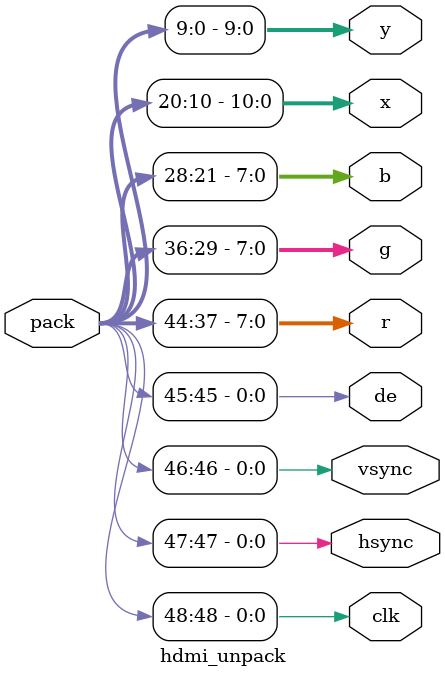
<source format=sv>
module hdmi_unpack (
    input  [48:0] pack ,
    output        clk  ,
    output        hsync,
    output        vsync,
    output        de   ,
    output [ 7:0] r    ,
    output [ 7:0] g    ,
    output [ 7:0] b    ,
    output [10:0] x    ,
    output [ 9:0] y
);

    assign {clk, hsync, vsync, de, r, g, b, x, y} = pack;

endmodule : hdmi_unpack

</source>
